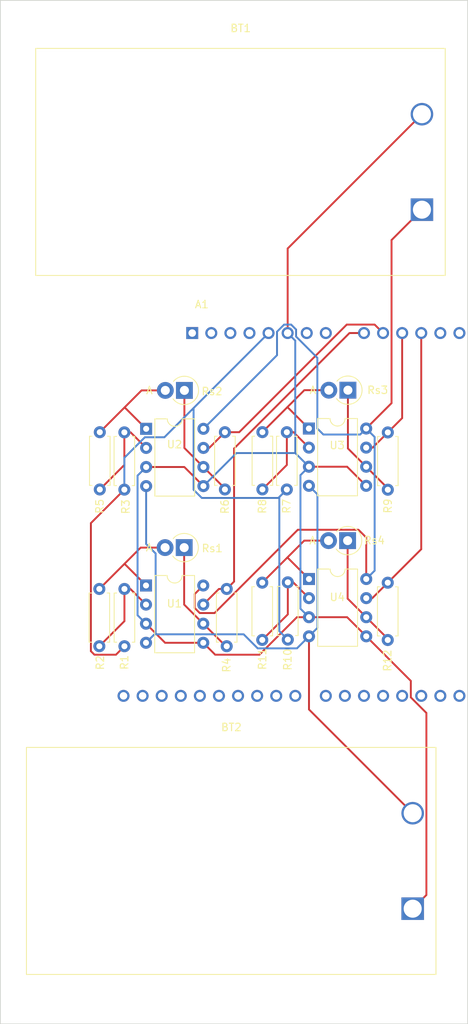
<source format=kicad_pcb>
(kicad_pcb (version 20221018) (generator pcbnew)
  (layers (0 "F.Cu" signal) (31 "B.Cu" signal) (34 "B.Paste" user) (35 "F.Paste" user) (36 "B.SilkS" user "B.Silkscreen") (37 "F.SilkS" user "F.Silkscreen") (38 "B.Mask" user) (39 "F.Mask" user) (44 "Edge.Cuts" user))
  (net 0 "")
  (net 5 "Net-(A1-+5V)")
  (net 8 "Net-(A1-A0)")
  (net 9 "Net-(A1-A1)")
  (net 10 "Net-(A1-A2)")
  (net 11 "Net-(A1-A3)")
  (net 28 "Net-(BT1--)")
  (net 32 "Net-(BT1-+)")
  (net 33 "Net-(BT2--)")
  (net 34 "Net-(U1A--)")
  (net 35 "Net-(R2-Pad2)")
  (net 36 "Net-(U2A--)")
  (net 37 "Net-(U1B--)")
  (net 38 "Net-(R5-Pad2)")
  (net 39 "Net-(U2B--)")
  (net 40 "Net-(U3A--)")
  (net 41 "Net-(R8-Pad2)")
  (net 42 "Net-(U3B--)")
  (net 43 "Net-(U4A--)")
  (net 44 "Net-(R11-Pad2)")
  (net 45 "Net-(U4B--)")
  (footprint "Battery:BatteryHolder_Eagle_12BH611-GR" (layer "F.Cu") (at 143.64 173.09)
    (fp_text reference "BT2" (at -24.13 -24.13) (layer "F.SilkS"))
    (fp_text value "9V")
    (fp_line (start -51.4 -21.45) (end 3.1 -21.45) (stroke (width 0.12)) (layer "F.SilkS"))
    (fp_line (start -51.4 8.75) (end -51.4 -21.45) (stroke (width 0.12)) (layer "F.SilkS"))
    (fp_line (start 3.1 -21.45) (end 3.1 8.75) (stroke (width 0.12)) (layer "F.SilkS"))
    (fp_line (start 3.1 8.75) (end -51.4 8.75) (stroke (width 0.12)) (layer "F.SilkS"))
    (pad "" np_thru_hole circle (at -38.9 -17.45) (size 2.6 2.6) (drill 2.6) (layers "*.Cu" "*.Mask"))
    (pad "" np_thru_hole circle (at -24.15 4.75) (size 2.6 2.6) (drill 2.6) (layers "*.Cu" "*.Mask"))
    (pad "" np_thru_hole circle (at -10.9 -17.45) (size 2.6 2.6) (drill 2.6) (layers "*.Cu" "*.Mask"))
    (pad "1" thru_hole rect (at 0 0) (size 3 3) (drill 2.4) (layers "*.Cu" "*.Mask") (net 28 "Net-(BT1--)"))
    (pad "2" thru_hole circle (at 0 -12.7) (size 3 3) (drill 2.4) (layers "*.Cu" "*.Mask") (net 33 "Net-(BT2--)"))
  )
  (footprint "Resistor_THT:R_Axial_DIN0207_L6.3mm_D2.5mm_P7.62mm_Horizontal" (layer "F.Cu") (at 140.33 117.36 90)
    (fp_text reference "R9" (at -2.17 0.01 90) (layer "F.SilkS"))
    (fp_text value "10k")
    (fp_line (start 0.54 -1.37) (end 7.08 -1.37) (stroke (width 0.12)) (layer "F.SilkS"))
    (fp_line (start 0.54 -1.04) (end 0.54 -1.37) (stroke (width 0.12)) (layer "F.SilkS"))
    (fp_line (start 0.54 1.04) (end 0.54 1.37) (stroke (width 0.12)) (layer "F.SilkS"))
    (fp_line (start 0.54 1.37) (end 7.08 1.37) (stroke (width 0.12)) (layer "F.SilkS"))
    (fp_line (start 7.08 -1.37) (end 7.08 -1.04) (stroke (width 0.12)) (layer "F.SilkS"))
    (fp_line (start 7.08 1.37) (end 7.08 1.04) (stroke (width 0.12)) (layer "F.SilkS"))
    (pad "1" thru_hole circle (at 0 0 90) (size 1.6 1.6) (drill 0.8) (layers "*.Cu" "*.Mask") (net 42 "Net-(U3B--)"))
    (pad "2" thru_hole oval (at 7.62 0 90) (size 1.6 1.6) (drill 0.8) (layers "*.Cu" "*.Mask") (net 10 "Net-(A1-A2)"))
  )
  (footprint "Package_DIP:DIP-8_W7.62mm" (layer "F.Cu") (at 129.83 109.22)
    (fp_text reference "U3" (at 3.76 2.24) (layer "F.SilkS"))
    (fp_text value "TL072")
    (fp_line (start 1.16 -1.33) (end 1.16 8.95) (stroke (width 0.12)) (layer "F.SilkS"))
    (fp_line (start 1.16 8.95) (end 6.46 8.95) (stroke (width 0.12)) (layer "F.SilkS"))
    (fp_line (start 2.81 -1.33) (end 1.16 -1.33) (stroke (width 0.12)) (layer "F.SilkS"))
    (fp_line (start 6.46 -1.33) (end 4.81 -1.33) (stroke (width 0.12)) (layer "F.SilkS"))
    (fp_line (start 6.46 8.95) (end 6.46 -1.33) (stroke (width 0.12)) (layer "F.SilkS"))
    (fp_arc (start 4.81 -1.33) (mid 3.81 -0.33) (end 2.81 -1.33) (stroke (width 0.12)) (layer "F.SilkS"))
    (pad "1" thru_hole rect (at 0 0) (size 1.6 1.6) (drill 0.8) (layers "*.Cu" "*.Mask") (net 41 "Net-(R8-Pad2)"))
    (pad "2" thru_hole oval (at 0 2.54) (size 1.6 1.6) (drill 0.8) (layers "*.Cu" "*.Mask") (net 40 "Net-(U3A--)"))
    (pad "3" thru_hole oval (at 0 5.08) (size 1.6 1.6) (drill 0.8) (layers "*.Cu" "*.Mask") (net 28 "Net-(BT1--)"))
    (pad "4" thru_hole oval (at 0 7.62) (size 1.6 1.6) (drill 0.8) (layers "*.Cu" "*.Mask") (net 33 "Net-(BT2--)"))
    (pad "5" thru_hole oval (at 7.62 7.62) (size 1.6 1.6) (drill 0.8) (layers "*.Cu" "*.Mask") (net 28 "Net-(BT1--)"))
    (pad "6" thru_hole oval (at 7.62 5.08) (size 1.6 1.6) (drill 0.8) (layers "*.Cu" "*.Mask") (net 42 "Net-(U3B--)"))
    (pad "7" thru_hole oval (at 7.62 2.54) (size 1.6 1.6) (drill 0.8) (layers "*.Cu" "*.Mask") (net 10 "Net-(A1-A2)"))
    (pad "8" thru_hole oval (at 7.62 0) (size 1.6 1.6) (drill 0.8) (layers "*.Cu" "*.Mask") (net 32 "Net-(BT1-+)"))
  )
  (footprint "Diode_THT:D_DO-15_P2.54mm_Vertical_AnodeUp" (layer "F.Cu") (at 113.23 125.06 180)
    (fp_text reference "Rs1" (at -3.73 -0.1) (layer "F.SilkS"))
    (fp_text value "R" hide)
    (fp_text user "A" (at 4.66 0) (layer "F.SilkS"))
    (fp_arc (start 1.456371 1.194732) (mid -1.883124 -0.047368) (end 1.514596 -1.12) (stroke (width 0.12)) (layer "F.SilkS"))
    (pad "1" thru_hole rect (at 0 0 180) (size 2.24 2.24) (drill 1.2) (layers "*.Cu" "*.Mask") (net 37 "Net-(U1B--)"))
    (pad "2" thru_hole oval (at 2.54 0 180) (size 2.24 2.24) (drill 1.2) (layers "*.Cu" "*.Mask") (net 35 "Net-(R2-Pad2)"))
  )
  (footprint "Resistor_THT:R_Axial_DIN0207_L6.3mm_D2.5mm_P7.62mm_Horizontal" (layer "F.Cu") (at 101.94 138.18 90)
    (fp_text reference "R2" (at -2.19 0.11 90) (layer "F.SilkS"))
    (fp_text value "1k")
    (fp_line (start 0.54 -1.37) (end 7.08 -1.37) (stroke (width 0.12)) (layer "F.SilkS"))
    (fp_line (start 0.54 -1.04) (end 0.54 -1.37) (stroke (width 0.12)) (layer "F.SilkS"))
    (fp_line (start 0.54 1.04) (end 0.54 1.37) (stroke (width 0.12)) (layer "F.SilkS"))
    (fp_line (start 0.54 1.37) (end 7.08 1.37) (stroke (width 0.12)) (layer "F.SilkS"))
    (fp_line (start 7.08 -1.37) (end 7.08 -1.04) (stroke (width 0.12)) (layer "F.SilkS"))
    (fp_line (start 7.08 1.37) (end 7.08 1.04) (stroke (width 0.12)) (layer "F.SilkS"))
    (pad "1" thru_hole circle (at 0 0 90) (size 1.6 1.6) (drill 0.8) (layers "*.Cu" "*.Mask") (net 34 "Net-(U1A--)"))
    (pad "2" thru_hole oval (at 7.62 0 90) (size 1.6 1.6) (drill 0.8) (layers "*.Cu" "*.Mask") (net 35 "Net-(R2-Pad2)"))
  )
  (footprint "Package_DIP:DIP-8_W7.62mm" (layer "F.Cu") (at 129.84 129.24)
    (fp_text reference "U4" (at 3.77 2.42) (layer "F.SilkS"))
    (fp_text value "TL072")
    (fp_line (start 1.16 -1.33) (end 1.16 8.95) (stroke (width 0.12)) (layer "F.SilkS"))
    (fp_line (start 1.16 8.95) (end 6.46 8.95) (stroke (width 0.12)) (layer "F.SilkS"))
    (fp_line (start 2.81 -1.33) (end 1.16 -1.33) (stroke (width 0.12)) (layer "F.SilkS"))
    (fp_line (start 6.46 -1.33) (end 4.81 -1.33) (stroke (width 0.12)) (layer "F.SilkS"))
    (fp_line (start 6.46 8.95) (end 6.46 -1.33) (stroke (width 0.12)) (layer "F.SilkS"))
    (fp_arc (start 4.81 -1.33) (mid 3.81 -0.33) (end 2.81 -1.33) (stroke (width 0.12)) (layer "F.SilkS"))
    (pad "1" thru_hole rect (at 0 0) (size 1.6 1.6) (drill 0.8) (layers "*.Cu" "*.Mask") (net 44 "Net-(R11-Pad2)"))
    (pad "2" thru_hole oval (at 0 2.54) (size 1.6 1.6) (drill 0.8) (layers "*.Cu" "*.Mask") (net 43 "Net-(U4A--)"))
    (pad "3" thru_hole oval (at 0 5.08) (size 1.6 1.6) (drill 0.8) (layers "*.Cu" "*.Mask") (net 28 "Net-(BT1--)"))
    (pad "4" thru_hole oval (at 0 7.62) (size 1.6 1.6) (drill 0.8) (layers "*.Cu" "*.Mask") (net 33 "Net-(BT2--)"))
    (pad "5" thru_hole oval (at 7.62 7.62) (size 1.6 1.6) (drill 0.8) (layers "*.Cu" "*.Mask") (net 28 "Net-(BT1--)"))
    (pad "6" thru_hole oval (at 7.62 5.08) (size 1.6 1.6) (drill 0.8) (layers "*.Cu" "*.Mask") (net 45 "Net-(U4B--)"))
    (pad "7" thru_hole oval (at 7.62 2.54) (size 1.6 1.6) (drill 0.8) (layers "*.Cu" "*.Mask") (net 11 "Net-(A1-A3)"))
    (pad "8" thru_hole oval (at 7.62 0) (size 1.6 1.6) (drill 0.8) (layers "*.Cu" "*.Mask") (net 32 "Net-(BT1-+)"))
  )
  (footprint "Diode_THT:D_DO-15_P2.54mm_Vertical_AnodeUp" (layer "F.Cu") (at 134.98 124.13 180)
    (fp_text reference "Rs4" (at -3.56 0.02) (layer "F.SilkS"))
    (fp_text value "R" hide)
    (fp_text user "A" (at 4.66 0) (layer "F.SilkS"))
    (fp_arc (start 1.456371 1.194732) (mid -1.883124 -0.047368) (end 1.514596 -1.12) (stroke (width 0.12)) (layer "F.SilkS"))
    (pad "1" thru_hole rect (at 0 0 180) (size 2.24 2.24) (drill 1.2) (layers "*.Cu" "*.Mask") (net 45 "Net-(U4B--)"))
    (pad "2" thru_hole oval (at 2.54 0 180) (size 2.24 2.24) (drill 1.2) (layers "*.Cu" "*.Mask") (net 44 "Net-(R11-Pad2)"))
  )
  (footprint "Resistor_THT:R_Axial_DIN0207_L6.3mm_D2.5mm_P7.62mm_Horizontal" (layer "F.Cu") (at 105.27 117.35 90)
    (fp_text reference "R3" (at -2.28 0.18 90) (layer "F.SilkS"))
    (fp_text value "1k")
    (fp_line (start 0.54 -1.37) (end 7.08 -1.37) (stroke (width 0.12)) (layer "F.SilkS"))
    (fp_line (start 0.54 -1.04) (end 0.54 -1.37) (stroke (width 0.12)) (layer "F.SilkS"))
    (fp_line (start 0.54 1.04) (end 0.54 1.37) (stroke (width 0.12)) (layer "F.SilkS"))
    (fp_line (start 0.54 1.37) (end 7.08 1.37) (stroke (width 0.12)) (layer "F.SilkS"))
    (fp_line (start 7.08 -1.37) (end 7.08 -1.04) (stroke (width 0.12)) (layer "F.SilkS"))
    (fp_line (start 7.08 1.37) (end 7.08 1.04) (stroke (width 0.12)) (layer "F.SilkS"))
    (pad "1" thru_hole circle (at 0 0 90) (size 1.6 1.6) (drill 0.8) (layers "*.Cu" "*.Mask") (net 5 "Net-(A1-+5V)"))
    (pad "2" thru_hole oval (at 7.62 0 90) (size 1.6 1.6) (drill 0.8) (layers "*.Cu" "*.Mask") (net 36 "Net-(U2A--)"))
  )
  (footprint "Battery:BatteryHolder_Eagle_12BH611-GR" (layer "F.Cu") (at 144.87 80.11)
    (fp_text reference "BT1" (at -24.13 -24.13) (layer "F.SilkS"))
    (fp_text value "9V")
    (fp_line (start -51.4 -21.45) (end 3.1 -21.45) (stroke (width 0.12)) (layer "F.SilkS"))
    (fp_line (start -51.4 8.75) (end -51.4 -21.45) (stroke (width 0.12)) (layer "F.SilkS"))
    (fp_line (start 3.1 -21.45) (end 3.1 8.75) (stroke (width 0.12)) (layer "F.SilkS"))
    (fp_line (start 3.1 8.75) (end -51.4 8.75) (stroke (width 0.12)) (layer "F.SilkS"))
    (pad "" np_thru_hole circle (at -38.9 -17.45) (size 2.6 2.6) (drill 2.6) (layers "*.Cu" "*.Mask"))
    (pad "" np_thru_hole circle (at -24.15 4.75) (size 2.6 2.6) (drill 2.6) (layers "*.Cu" "*.Mask"))
    (pad "" np_thru_hole circle (at -10.9 -17.45) (size 2.6 2.6) (drill 2.6) (layers "*.Cu" "*.Mask"))
    (pad "1" thru_hole rect (at 0 0) (size 3 3) (drill 2.4) (layers "*.Cu" "*.Mask") (net 32 "Net-(BT1-+)"))
    (pad "2" thru_hole circle (at 0 -12.7) (size 3 3) (drill 2.4) (layers "*.Cu" "*.Mask") (net 28 "Net-(BT1--)"))
  )
  (footprint "Resistor_THT:R_Axial_DIN0207_L6.3mm_D2.5mm_P7.62mm_Horizontal" (layer "F.Cu") (at 105.28 138.18 90)
    (fp_text reference "R1" (at -2.16 0 90) (layer "F.SilkS"))
    (fp_text value "1k")
    (fp_line (start 0.54 -1.37) (end 7.08 -1.37) (stroke (width 0.12)) (layer "F.SilkS"))
    (fp_line (start 0.54 -1.04) (end 0.54 -1.37) (stroke (width 0.12)) (layer "F.SilkS"))
    (fp_line (start 0.54 1.04) (end 0.54 1.37) (stroke (width 0.12)) (layer "F.SilkS"))
    (fp_line (start 0.54 1.37) (end 7.08 1.37) (stroke (width 0.12)) (layer "F.SilkS"))
    (fp_line (start 7.08 -1.37) (end 7.08 -1.04) (stroke (width 0.12)) (layer "F.SilkS"))
    (fp_line (start 7.08 1.37) (end 7.08 1.04) (stroke (width 0.12)) (layer "F.SilkS"))
    (pad "1" thru_hole circle (at 0 0 90) (size 1.6 1.6) (drill 0.8) (layers "*.Cu" "*.Mask") (net 5 "Net-(A1-+5V)"))
    (pad "2" thru_hole oval (at 7.62 0 90) (size 1.6 1.6) (drill 0.8) (layers "*.Cu" "*.Mask") (net 34 "Net-(U1A--)"))
  )
  (footprint "Resistor_THT:R_Axial_DIN0207_L6.3mm_D2.5mm_P7.62mm_Horizontal" (layer "F.Cu") (at 118.65 117.33 90)
    (fp_text reference "R6" (at -2.28 0 90) (layer "F.SilkS"))
    (fp_text value "10k")
    (fp_line (start 0.54 -1.37) (end 7.08 -1.37) (stroke (width 0.12)) (layer "F.SilkS"))
    (fp_line (start 0.54 -1.04) (end 0.54 -1.37) (stroke (width 0.12)) (layer "F.SilkS"))
    (fp_line (start 0.54 1.04) (end 0.54 1.37) (stroke (width 0.12)) (layer "F.SilkS"))
    (fp_line (start 0.54 1.37) (end 7.08 1.37) (stroke (width 0.12)) (layer "F.SilkS"))
    (fp_line (start 7.08 -1.37) (end 7.08 -1.04) (stroke (width 0.12)) (layer "F.SilkS"))
    (fp_line (start 7.08 1.37) (end 7.08 1.04) (stroke (width 0.12)) (layer "F.SilkS"))
    (pad "1" thru_hole circle (at 0 0 90) (size 1.6 1.6) (drill 0.8) (layers "*.Cu" "*.Mask") (net 39 "Net-(U2B--)"))
    (pad "2" thru_hole oval (at 7.62 0 90) (size 1.6 1.6) (drill 0.8) (layers "*.Cu" "*.Mask") (net 9 "Net-(A1-A1)"))
  )
  (footprint "Package_DIP:DIP-8_W7.62mm" (layer "F.Cu") (at 108.15 130.1)
    (fp_text reference "U1" (at 3.78 2.41) (layer "F.SilkS"))
    (fp_text value "TL072")
    (fp_line (start 1.16 -1.33) (end 1.16 8.95) (stroke (width 0.12)) (layer "F.SilkS"))
    (fp_line (start 1.16 8.95) (end 6.46 8.95) (stroke (width 0.12)) (layer "F.SilkS"))
    (fp_line (start 2.81 -1.33) (end 1.16 -1.33) (stroke (width 0.12)) (layer "F.SilkS"))
    (fp_line (start 6.46 -1.33) (end 4.81 -1.33) (stroke (width 0.12)) (layer "F.SilkS"))
    (fp_line (start 6.46 8.95) (end 6.46 -1.33) (stroke (width 0.12)) (layer "F.SilkS"))
    (fp_arc (start 4.81 -1.33) (mid 3.81 -0.33) (end 2.81 -1.33) (stroke (width 0.12)) (layer "F.SilkS"))
    (pad "1" thru_hole rect (at 0 0) (size 1.6 1.6) (drill 0.8) (layers "*.Cu" "*.Mask") (net 35 "Net-(R2-Pad2)"))
    (pad "2" thru_hole oval (at 0 2.54) (size 1.6 1.6) (drill 0.8) (layers "*.Cu" "*.Mask") (net 34 "Net-(U1A--)"))
    (pad "3" thru_hole oval (at 0 5.08) (size 1.6 1.6) (drill 0.8) (layers "*.Cu" "*.Mask") (net 28 "Net-(BT1--)"))
    (pad "4" thru_hole oval (at 0 7.62) (size 1.6 1.6) (drill 0.8) (layers "*.Cu" "*.Mask") (net 33 "Net-(BT2--)"))
    (pad "5" thru_hole oval (at 7.62 7.62) (size 1.6 1.6) (drill 0.8) (layers "*.Cu" "*.Mask") (net 28 "Net-(BT1--)"))
    (pad "6" thru_hole oval (at 7.62 5.08) (size 1.6 1.6) (drill 0.8) (layers "*.Cu" "*.Mask") (net 37 "Net-(U1B--)"))
    (pad "7" thru_hole oval (at 7.62 2.54) (size 1.6 1.6) (drill 0.8) (layers "*.Cu" "*.Mask") (net 8 "Net-(A1-A0)"))
    (pad "8" thru_hole oval (at 7.62 0) (size 1.6 1.6) (drill 0.8) (layers "*.Cu" "*.Mask") (net 32 "Net-(BT1-+)"))
  )
  (footprint "Resistor_THT:R_Axial_DIN0207_L6.3mm_D2.5mm_P7.62mm_Horizontal" (layer "F.Cu") (at 123.64 117.32 90)
    (fp_text reference "R8" (at -2.26 -0.01 90) (layer "F.SilkS"))
    (fp_text value "1k")
    (fp_line (start 0.54 -1.37) (end 7.08 -1.37) (stroke (width 0.12)) (layer "F.SilkS"))
    (fp_line (start 0.54 -1.04) (end 0.54 -1.37) (stroke (width 0.12)) (layer "F.SilkS"))
    (fp_line (start 0.54 1.04) (end 0.54 1.37) (stroke (width 0.12)) (layer "F.SilkS"))
    (fp_line (start 0.54 1.37) (end 7.08 1.37) (stroke (width 0.12)) (layer "F.SilkS"))
    (fp_line (start 7.08 -1.37) (end 7.08 -1.04) (stroke (width 0.12)) (layer "F.SilkS"))
    (fp_line (start 7.08 1.37) (end 7.08 1.04) (stroke (width 0.12)) (layer "F.SilkS"))
    (pad "1" thru_hole circle (at 0 0 90) (size 1.6 1.6) (drill 0.8) (layers "*.Cu" "*.Mask") (net 40 "Net-(U3A--)"))
    (pad "2" thru_hole oval (at 7.62 0 90) (size 1.6 1.6) (drill 0.8) (layers "*.Cu" "*.Mask") (net 41 "Net-(R8-Pad2)"))
  )
  (footprint "Diode_THT:D_DO-15_P2.54mm_Vertical_AnodeUp" (layer "F.Cu") (at 113.26 104.15 180)
    (fp_text reference "Rs2" (at -3.67 -0.13) (layer "F.SilkS"))
    (fp_text value "R" hide)
    (fp_text user "A" (at 4.66 0) (layer "F.SilkS"))
    (fp_arc (start 1.456371 1.194732) (mid -1.883124 -0.047368) (end 1.514596 -1.12) (stroke (width 0.12)) (layer "F.SilkS"))
    (pad "1" thru_hole rect (at 0 0 180) (size 2.24 2.24) (drill 1.2) (layers "*.Cu" "*.Mask") (net 39 "Net-(U2B--)"))
    (pad "2" thru_hole oval (at 2.54 0 180) (size 2.24 2.24) (drill 1.2) (layers "*.Cu" "*.Mask") (net 38 "Net-(R5-Pad2)"))
  )
  (footprint "Diode_THT:D_DO-15_P2.54mm_Vertical_AnodeUp" (layer "F.Cu") (at 135.02 104.12 180)
    (fp_text reference "Rs3" (at -3.96 0.01) (layer "F.SilkS"))
    (fp_text value "R" hide)
    (fp_text user "A" (at 4.66 0) (layer "F.SilkS"))
    (fp_arc (start 1.456371 1.194732) (mid -1.883124 -0.047368) (end 1.514596 -1.12) (stroke (width 0.12)) (layer "F.SilkS"))
    (pad "1" thru_hole rect (at 0 0 180) (size 2.24 2.24) (drill 1.2) (layers "*.Cu" "*.Mask") (net 42 "Net-(U3B--)"))
    (pad "2" thru_hole oval (at 2.54 0 180) (size 2.24 2.24) (drill 1.2) (layers "*.Cu" "*.Mask") (net 41 "Net-(R8-Pad2)"))
  )
  (footprint "Resistor_THT:R_Axial_DIN0207_L6.3mm_D2.5mm_P7.62mm_Horizontal" (layer "F.Cu") (at 140.32 137.35 90)
    (fp_text reference "R12" (at -2.74 -0.03 90) (layer "F.SilkS"))
    (fp_text value "10k")
    (fp_line (start 0.54 -1.37) (end 7.08 -1.37) (stroke (width 0.12)) (layer "F.SilkS"))
    (fp_line (start 0.54 -1.04) (end 0.54 -1.37) (stroke (width 0.12)) (layer "F.SilkS"))
    (fp_line (start 0.54 1.04) (end 0.54 1.37) (stroke (width 0.12)) (layer "F.SilkS"))
    (fp_line (start 0.54 1.37) (end 7.08 1.37) (stroke (width 0.12)) (layer "F.SilkS"))
    (fp_line (start 7.08 -1.37) (end 7.08 -1.04) (stroke (width 0.12)) (layer "F.SilkS"))
    (fp_line (start 7.08 1.37) (end 7.08 1.04) (stroke (width 0.12)) (layer "F.SilkS"))
    (pad "1" thru_hole circle (at 0 0 90) (size 1.6 1.6) (drill 0.8) (layers "*.Cu" "*.Mask") (net 45 "Net-(U4B--)"))
    (pad "2" thru_hole oval (at 7.62 0 90) (size 1.6 1.6) (drill 0.8) (layers "*.Cu" "*.Mask") (net 11 "Net-(A1-A3)"))
  )
  (footprint "Module:Arduino_UNO_R3" (layer "F.Cu") (at 114.3 96.52)
    (fp_text reference "A1" (at 1.27 -3.81 180) (layer "F.SilkS"))
    (fp_text value "Arduino_UNO_R3")
    (pad "1" thru_hole rect (at 0 0 90) (size 1.6 1.6) (drill 1) (layers "*.Cu" "*.Mask"))
    (pad "2" thru_hole oval (at 2.54 0 90) (size 1.6 1.6) (drill 1) (layers "*.Cu" "*.Mask"))
    (pad "3" thru_hole oval (at 5.08 0 90) (size 1.6 1.6) (drill 1) (layers "*.Cu" "*.Mask"))
    (pad "4" thru_hole oval (at 7.62 0 90) (size 1.6 1.6) (drill 1) (layers "*.Cu" "*.Mask"))
    (pad "5" thru_hole oval (at 10.16 0 90) (size 1.6 1.6) (drill 1) (layers "*.Cu" "*.Mask") (net 5 "Net-(A1-+5V)"))
    (pad "6" thru_hole oval (at 12.7 0 90) (size 1.6 1.6) (drill 1) (layers "*.Cu" "*.Mask") (net 28 "Net-(BT1--)"))
    (pad "7" thru_hole oval (at 15.24 0 90) (size 1.6 1.6) (drill 1) (layers "*.Cu" "*.Mask"))
    (pad "8" thru_hole oval (at 17.78 0 90) (size 1.6 1.6) (drill 1) (layers "*.Cu" "*.Mask"))
    (pad "9" thru_hole oval (at 22.86 0 90) (size 1.6 1.6) (drill 1) (layers "*.Cu" "*.Mask") (net 8 "Net-(A1-A0)"))
    (pad "10" thru_hole oval (at 25.4 0 90) (size 1.6 1.6) (drill 1) (layers "*.Cu" "*.Mask") (net 9 "Net-(A1-A1)"))
    (pad "11" thru_hole oval (at 27.94 0 90) (size 1.6 1.6) (drill 1) (layers "*.Cu" "*.Mask") (net 10 "Net-(A1-A2)"))
    (pad "12" thru_hole oval (at 30.48 0 90) (size 1.6 1.6) (drill 1) (layers "*.Cu" "*.Mask") (net 11 "Net-(A1-A3)"))
    (pad "13" thru_hole oval (at 33.02 0 90) (size 1.6 1.6) (drill 1) (layers "*.Cu" "*.Mask"))
    (pad "14" thru_hole oval (at 35.56 0 90) (size 1.6 1.6) (drill 1) (layers "*.Cu" "*.Mask"))
    (pad "15" thru_hole oval (at 35.56 48.26 90) (size 1.6 1.6) (drill 1) (layers "*.Cu" "*.Mask"))
    (pad "16" thru_hole oval (at 33.02 48.26 90) (size 1.6 1.6) (drill 1) (layers "*.Cu" "*.Mask"))
    (pad "17" thru_hole oval (at 30.48 48.26 90) (size 1.6 1.6) (drill 1) (layers "*.Cu" "*.Mask"))
    (pad "18" thru_hole oval (at 27.94 48.26 90) (size 1.6 1.6) (drill 1) (layers "*.Cu" "*.Mask"))
    (pad "19" thru_hole oval (at 25.4 48.26 90) (size 1.6 1.6) (drill 1) (layers "*.Cu" "*.Mask"))
    (pad "20" thru_hole oval (at 22.86 48.26 90) (size 1.6 1.6) (drill 1) (layers "*.Cu" "*.Mask"))
    (pad "21" thru_hole oval (at 20.32 48.26 90) (size 1.6 1.6) (drill 1) (layers "*.Cu" "*.Mask"))
    (pad "22" thru_hole oval (at 17.78 48.26 90) (size 1.6 1.6) (drill 1) (layers "*.Cu" "*.Mask"))
    (pad "23" thru_hole oval (at 13.72 48.26 90) (size 1.6 1.6) (drill 1) (layers "*.Cu" "*.Mask"))
    (pad "24" thru_hole oval (at 11.18 48.26 90) (size 1.6 1.6) (drill 1) (layers "*.Cu" "*.Mask"))
    (pad "25" thru_hole oval (at 8.64 48.26 90) (size 1.6 1.6) (drill 1) (layers "*.Cu" "*.Mask"))
    (pad "26" thru_hole oval (at 6.1 48.26 90) (size 1.6 1.6) (drill 1) (layers "*.Cu" "*.Mask"))
    (pad "27" thru_hole oval (at 3.56 48.26 90) (size 1.6 1.6) (drill 1) (layers "*.Cu" "*.Mask"))
    (pad "28" thru_hole oval (at 1.02 48.26 90) (size 1.6 1.6) (drill 1) (layers "*.Cu" "*.Mask"))
    (pad "29" thru_hole oval (at -1.52 48.26 90) (size 1.6 1.6) (drill 1) (layers "*.Cu" "*.Mask"))
    (pad "30" thru_hole oval (at -4.06 48.26 90) (size 1.6 1.6) (drill 1) (layers "*.Cu" "*.Mask"))
    (pad "31" thru_hole oval (at -6.6 48.26 90) (size 1.6 1.6) (drill 1) (layers "*.Cu" "*.Mask"))
    (pad "32" thru_hole oval (at -9.14 48.26 90) (size 1.6 1.6) (drill 1) (layers "*.Cu" "*.Mask"))
  )
  (footprint "Resistor_THT:R_Axial_DIN0207_L6.3mm_D2.5mm_P7.62mm_Horizontal" (layer "F.Cu") (at 127.02 137.3 90)
    (fp_text reference "R10" (at -2.65 -0.02 90) (layer "F.SilkS"))
    (fp_text value "1k")
    (fp_line (start 0.54 -1.37) (end 7.08 -1.37) (stroke (width 0.12)) (layer "F.SilkS"))
    (fp_line (start 0.54 -1.04) (end 0.54 -1.37) (stroke (width 0.12)) (layer "F.SilkS"))
    (fp_line (start 0.54 1.04) (end 0.54 1.37) (stroke (width 0.12)) (layer "F.SilkS"))
    (fp_line (start 0.54 1.37) (end 7.08 1.37) (stroke (width 0.12)) (layer "F.SilkS"))
    (fp_line (start 7.08 -1.37) (end 7.08 -1.04) (stroke (width 0.12)) (layer "F.SilkS"))
    (fp_line (start 7.08 1.37) (end 7.08 1.04) (stroke (width 0.12)) (layer "F.SilkS"))
    (pad "1" thru_hole circle (at 0 0 90) (size 1.6 1.6) (drill 0.8) (layers "*.Cu" "*.Mask") (net 5 "Net-(A1-+5V)"))
    (pad "2" thru_hole oval (at 7.62 0 90) (size 1.6 1.6) (drill 0.8) (layers "*.Cu" "*.Mask") (net 43 "Net-(U4A--)"))
  )
  (footprint "Resistor_THT:R_Axial_DIN0207_L6.3mm_D2.5mm_P7.62mm_Horizontal" (layer "F.Cu") (at 123.62 137.34 90)
    (fp_text reference "R11" (at -2.54 0.02 90) (layer "F.SilkS"))
    (fp_text value "1k")
    (fp_line (start 0.54 -1.37) (end 7.08 -1.37) (stroke (width 0.12)) (layer "F.SilkS"))
    (fp_line (start 0.54 -1.04) (end 0.54 -1.37) (stroke (width 0.12)) (layer "F.SilkS"))
    (fp_line (start 0.54 1.04) (end 0.54 1.37) (stroke (width 0.12)) (layer "F.SilkS"))
    (fp_line (start 0.54 1.37) (end 7.08 1.37) (stroke (width 0.12)) (layer "F.SilkS"))
    (fp_line (start 7.08 -1.37) (end 7.08 -1.04) (stroke (width 0.12)) (layer "F.SilkS"))
    (fp_line (start 7.08 1.37) (end 7.08 1.04) (stroke (width 0.12)) (layer "F.SilkS"))
    (pad "1" thru_hole circle (at 0 0 90) (size 1.6 1.6) (drill 0.8) (layers "*.Cu" "*.Mask") (net 43 "Net-(U4A--)"))
    (pad "2" thru_hole oval (at 7.62 0 90) (size 1.6 1.6) (drill 0.8) (layers "*.Cu" "*.Mask") (net 44 "Net-(R11-Pad2)"))
  )
  (footprint "Resistor_THT:R_Axial_DIN0207_L6.3mm_D2.5mm_P7.62mm_Horizontal" (layer "F.Cu") (at 102 117.33 90)
    (fp_text reference "R5" (at -2.24 0 90) (layer "F.SilkS"))
    (fp_text value "1k")
    (fp_line (start 0.54 -1.37) (end 7.08 -1.37) (stroke (width 0.12)) (layer "F.SilkS"))
    (fp_line (start 0.54 -1.04) (end 0.54 -1.37) (stroke (width 0.12)) (layer "F.SilkS"))
    (fp_line (start 0.54 1.04) (end 0.54 1.37) (stroke (width 0.12)) (layer "F.SilkS"))
    (fp_line (start 0.54 1.37) (end 7.08 1.37) (stroke (width 0.12)) (layer "F.SilkS"))
    (fp_line (start 7.08 -1.37) (end 7.08 -1.04) (stroke (width 0.12)) (layer "F.SilkS"))
    (fp_line (start 7.08 1.37) (end 7.08 1.04) (stroke (width 0.12)) (layer "F.SilkS"))
    (pad "1" thru_hole circle (at 0 0 90) (size 1.6 1.6) (drill 0.8) (layers "*.Cu" "*.Mask") (net 36 "Net-(U2A--)"))
    (pad "2" thru_hole oval (at 7.62 0 90) (size 1.6 1.6) (drill 0.8) (layers "*.Cu" "*.Mask") (net 38 "Net-(R5-Pad2)"))
  )
  (footprint "Resistor_THT:R_Axial_DIN0207_L6.3mm_D2.5mm_P7.62mm_Horizontal" (layer "F.Cu") (at 126.89 117.33 90)
    (fp_text reference "R7" (at -2.23 -0.03 90) (layer "F.SilkS"))
    (fp_text value "1k")
    (fp_line (start 0.54 -1.37) (end 7.08 -1.37) (stroke (width 0.12)) (layer "F.SilkS"))
    (fp_line (start 0.54 -1.04) (end 0.54 -1.37) (stroke (width 0.12)) (layer "F.SilkS"))
    (fp_line (start 0.54 1.04) (end 0.54 1.37) (stroke (width 0.12)) (layer "F.SilkS"))
    (fp_line (start 0.54 1.37) (end 7.08 1.37) (stroke (width 0.12)) (layer "F.SilkS"))
    (fp_line (start 7.08 -1.37) (end 7.08 -1.04) (stroke (width 0.12)) (layer "F.SilkS"))
    (fp_line (start 7.08 1.37) (end 7.08 1.04) (stroke (width 0.12)) (layer "F.SilkS"))
    (pad "1" thru_hole circle (at 0 0 90) (size 1.6 1.6) (drill 0.8) (layers "*.Cu" "*.Mask") (net 5 "Net-(A1-+5V)"))
    (pad "2" thru_hole oval (at 7.62 0 90) (size 1.6 1.6) (drill 0.8) (layers "*.Cu" "*.Mask") (net 40 "Net-(U3A--)"))
  )
  (footprint "Resistor_THT:R_Axial_DIN0207_L6.3mm_D2.5mm_P7.62mm_Horizontal" (layer "F.Cu") (at 118.89 138.18 90)
    (fp_text reference "R4" (at -2.51 -0.01 90) (layer "F.SilkS"))
    (fp_text value "10k")
    (fp_line (start 0.54 -1.37) (end 7.08 -1.37) (stroke (width 0.12)) (layer "F.SilkS"))
    (fp_line (start 0.54 -1.04) (end 0.54 -1.37) (stroke (width 0.12)) (layer "F.SilkS"))
    (fp_line (start 0.54 1.04) (end 0.54 1.37) (stroke (width 0.12)) (layer "F.SilkS"))
    (fp_line (start 0.54 1.37) (end 7.08 1.37) (stroke (width 0.12)) (layer "F.SilkS"))
    (fp_line (start 7.08 -1.37) (end 7.08 -1.04) (stroke (width 0.12)) (layer "F.SilkS"))
    (fp_line (start 7.08 1.37) (end 7.08 1.04) (stroke (width 0.12)) (layer "F.SilkS"))
    (pad "1" thru_hole circle (at 0 0 90) (size 1.6 1.6) (drill 0.8) (layers "*.Cu" "*.Mask") (net 37 "Net-(U1B--)"))
    (pad "2" thru_hole oval (at 7.62 0 90) (size 1.6 1.6) (drill 0.8) (layers "*.Cu" "*.Mask") (net 8 "Net-(A1-A0)"))
  )
  (footprint "Package_DIP:DIP-8_W7.62mm" (layer "F.Cu") (at 108.17 109.26)
    (fp_text reference "U2" (at 3.77 2.08) (layer "F.SilkS"))
    (fp_text value "TL072")
    (fp_line (start 1.16 -1.33) (end 1.16 8.95) (stroke (width 0.12)) (layer "F.SilkS"))
    (fp_line (start 1.16 8.95) (end 6.46 8.95) (stroke (width 0.12)) (layer "F.SilkS"))
    (fp_line (start 2.81 -1.33) (end 1.16 -1.33) (stroke (width 0.12)) (layer "F.SilkS"))
    (fp_line (start 6.46 -1.33) (end 4.81 -1.33) (stroke (width 0.12)) (layer "F.SilkS"))
    (fp_line (start 6.46 8.95) (end 6.46 -1.33) (stroke (width 0.12)) (layer "F.SilkS"))
    (fp_arc (start 4.81 -1.33) (mid 3.81 -0.33) (end 2.81 -1.33) (stroke (width 0.12)) (layer "F.SilkS"))
    (pad "1" thru_hole rect (at 0 0) (size 1.6 1.6) (drill 0.8) (layers "*.Cu" "*.Mask") (net 38 "Net-(R5-Pad2)"))
    (pad "2" thru_hole oval (at 0 2.54) (size 1.6 1.6) (drill 0.8) (layers "*.Cu" "*.Mask") (net 36 "Net-(U2A--)"))
    (pad "3" thru_hole oval (at 0 5.08) (size 1.6 1.6) (drill 0.8) (layers "*.Cu" "*.Mask") (net 28 "Net-(BT1--)"))
    (pad "4" thru_hole oval (at 0 7.62) (size 1.6 1.6) (drill 0.8) (layers "*.Cu" "*.Mask") (net 33 "Net-(BT2--)"))
    (pad "5" thru_hole oval (at 7.62 7.62) (size 1.6 1.6) (drill 0.8) (layers "*.Cu" "*.Mask") (net 28 "Net-(BT1--)"))
    (pad "6" thru_hole oval (at 7.62 5.08) (size 1.6 1.6) (drill 0.8) (layers "*.Cu" "*.Mask") (net 39 "Net-(U2B--)"))
    (pad "7" thru_hole oval (at 7.62 2.54) (size 1.6 1.6) (drill 0.8) (layers "*.Cu" "*.Mask") (net 9 "Net-(A1-A1)"))
    (pad "8" thru_hole oval (at 7.62 0) (size 1.6 1.6) (drill 0.8) (layers "*.Cu" "*.Mask") (net 32 "Net-(BT1-+)"))
  )
  (gr_rect (start 88.77 52.27) (end 150.96 188.41) (stroke (width 0.1)) (fill none) (layer "Edge.Cuts"))
  (segment (start 100.815 121.805) (end 105.27 117.35) (width 0.25) (layer "F.Cu") (net 5))
  (segment (start 104.155 139.305) (end 101.285 139.305) (width 0.25) (layer "F.Cu") (net 5))
  (segment (start 105.28 138.18) (end 104.155 139.305) (width 0.25) (layer "F.Cu") (net 5))
  (segment (start 101.285 139.305) (end 100.815 138.835) (width 0.25) (layer "F.Cu") (net 5))
  (segment (start 100.815 138.835) (end 100.815 121.805) (width 0.25) (layer "F.Cu") (net 5))
  (segment (start 110.595 110.385) (end 107.994009 110.385) (width 0.25) (layer "B.Cu") (net 5))
  (segment (start 105.27 113.109009) (end 105.27 117.35) (width 0.25) (layer "B.Cu") (net 5))
  (segment (start 107.994009 110.385) (end 105.27 113.109009) (width 0.25) (layer "B.Cu") (net 5))
  (segment (start 125.765 118.455) (end 115.575 118.455) (width 0.25) (layer "B.Cu") (net 5))
  (segment (start 125.895 118.325) (end 126.89 117.33) (width 0.25) (layer "B.Cu") (net 5))
  (segment (start 125.895 136.175) (end 125.895 118.325) (width 0.25) (layer "B.Cu") (net 5))
  (segment (start 114.48 106.5) (end 110.595 110.385) (width 0.25) (layer "B.Cu") (net 5))
  (segment (start 127.02 137.3) (end 125.895 136.175) (width 0.25) (layer "B.Cu") (net 5))
  (segment (start 124.46 96.52) (end 114.48 106.5) (width 0.25) (layer "B.Cu") (net 5))
  (segment (start 115.575 118.455) (end 114.48 117.36) (width 0.25) (layer "B.Cu") (net 5))
  (segment (start 114.48 117.36) (end 114.48 106.5) (width 0.25) (layer "B.Cu") (net 5))
  (segment (start 126.89 117.33) (end 125.765 118.455) (width 0.25) (layer "B.Cu") (net 5))
  (segment (start 135.229009 96.52) (end 119.87 111.879009) (width 0.25) (layer "F.Cu") (net 8))
  (segment (start 115.77 132.64) (end 117.85 130.56) (width 0.25) (layer "F.Cu") (net 8))
  (segment (start 137.16 96.52) (end 135.229009 96.52) (width 0.25) (layer "F.Cu") (net 8))
  (segment (start 117.85 130.56) (end 118.89 130.56) (width 0.25) (layer "F.Cu") (net 8))
  (segment (start 119.87 111.879009) (end 119.87 129.58) (width 0.25) (layer "F.Cu") (net 8))
  (segment (start 119.87 129.58) (end 118.89 130.56) (width 0.25) (layer "F.Cu") (net 8))
  (segment (start 139.7 96.52) (end 138.575 95.395) (width 0.25) (layer "F.Cu") (net 9))
  (segment (start 134.865 95.395) (end 120.55 109.71) (width 0.25) (layer "F.Cu") (net 9))
  (segment (start 116.56 111.8) (end 115.79 111.8) (width 0.25) (layer "F.Cu") (net 9))
  (segment (start 120.55 109.71) (end 118.65 109.71) (width 0.25) (layer "F.Cu") (net 9))
  (segment (start 138.575 95.395) (end 134.865 95.395) (width 0.25) (layer "F.Cu") (net 9))
  (segment (start 118.65 109.71) (end 116.56 111.8) (width 0.25) (layer "F.Cu") (net 9))
  (segment (start 142.24 96.52) (end 142.24 107.83) (width 0.25) (layer "F.Cu") (net 10))
  (segment (start 138.31 111.76) (end 137.45 111.76) (width 0.25) (layer "F.Cu") (net 10))
  (segment (start 142.24 107.83) (end 140.33 109.74) (width 0.25) (layer "F.Cu") (net 10))
  (segment (start 140.33 109.74) (end 138.31 111.76) (width 0.25) (layer "F.Cu") (net 10))
  (segment (start 138.27 131.78) (end 137.46 131.78) (width 0.25) (layer "F.Cu") (net 11))
  (segment (start 140.32 129.73) (end 138.27 131.78) (width 0.25) (layer "F.Cu") (net 11))
  (segment (start 144.78 125.27) (end 140.32 129.73) (width 0.25) (layer "F.Cu") (net 11))
  (segment (start 144.78 96.52) (end 144.78 125.27) (width 0.25) (layer "F.Cu") (net 11))
  (segment (start 134.91 114.3) (end 137.45 116.84) (width 0.25) (layer "F.Cu") (net 28))
  (segment (start 143.39 144.980991) (end 143.39 142.79) (width 0.25) (layer "F.Cu") (net 28))
  (segment (start 145.465 171.265) (end 145.465 147.055991) (width 0.25) (layer "F.Cu") (net 28))
  (segment (start 145.465 147.055991) (end 143.39 144.980991) (width 0.25) (layer "F.Cu") (net 28))
  (segment (start 134.92 134.32) (end 137.46 136.86) (width 0.25) (layer "F.Cu") (net 28))
  (segment (start 113.25 114.34) (end 115.79 116.88) (width 0.25) (layer "F.Cu") (net 28))
  (segment (start 129.84 134.32) (end 128.230991 134.32) (width 0.25) (layer "F.Cu") (net 28))
  (segment (start 129.84 134.32) (end 134.92 134.32) (width 0.25) (layer "F.Cu") (net 28))
  (segment (start 123.245991 139.305) (end 117.355 139.305) (width 0.25) (layer "F.Cu") (net 28))
  (segment (start 128.230991 134.32) (end 123.245991 139.305) (width 0.25) (layer "F.Cu") (net 28))
  (segment (start 144.87 67.41) (end 127 85.28) (width 0.25) (layer "F.Cu") (net 28))
  (segment (start 143.64 173.09) (end 145.465 171.265) (width 0.25) (layer "F.Cu") (net 28))
  (segment (start 108.17 114.34) (end 113.25 114.34) (width 0.25) (layer "F.Cu") (net 28))
  (segment (start 117.355 139.305) (end 115.77 137.72) (width 0.25) (layer "F.Cu") (net 28))
  (segment (start 143.39 142.79) (end 137.46 136.86) (width 0.25) (layer "F.Cu") (net 28))
  (segment (start 115.77 137.72) (end 110.69 137.72) (width 0.25) (layer "F.Cu") (net 28))
  (segment (start 110.69 137.72) (end 108.15 135.18) (width 0.25) (layer "F.Cu") (net 28))
  (segment (start 129.83 114.3) (end 134.91 114.3) (width 0.25) (layer "F.Cu") (net 28))
  (segment (start 127 85.28) (end 127 96.52) (width 0.25) (layer "F.Cu") (net 28))
  (segment (start 128.705 115.425) (end 129.83 114.3) (width 0.25) (layer "B.Cu") (net 28))
  (segment (start 107.025 115.485) (end 107.025 134.055) (width 0.25) (layer "B.Cu") (net 28))
  (segment (start 120.185 112.485) (end 128.015 112.485) (width 0.25) (layer "B.Cu") (net 28))
  (segment (start 108.17 114.34) (end 107.025 115.485) (width 0.25) (layer "B.Cu") (net 28))
  (segment (start 107.025 134.055) (end 108.15 135.18) (width 0.25) (layer "B.Cu") (net 28))
  (segment (start 115.79 116.88) (end 120.185 112.485) (width 0.25) (layer "B.Cu") (net 28))
  (segment (start 128.015 112.485) (end 129.83 114.3) (width 0.25) (layer "B.Cu") (net 28))
  (segment (start 128.705 133.185) (end 128.705 115.425) (width 0.25) (layer "B.Cu") (net 28))
  (segment (start 127 96.52) (end 128.015 97.535) (width 0.25) (layer "B.Cu") (net 28))
  (segment (start 129.84 134.32) (end 128.705 133.185) (width 0.25) (layer "B.Cu") (net 28))
  (segment (start 128.015 97.535) (end 128.015 112.485) (width 0.25) (layer "B.Cu") (net 28))
  (segment (start 114.63 133.090991) (end 114.63 131.24) (width 0.25) (layer "F.Cu") (net 32))
  (segment (start 117.275991 133.765) (end 115.304009 133.765) (width 0.25) (layer "F.Cu") (net 32))
  (segment (start 140.825 84.155) (end 140.825 105.845) (width 0.25) (layer "F.Cu") (net 32))
  (segment (start 137.46 123.72) (end 136.425 122.685) (width 0.25) (layer "F.Cu") (net 32))
  (segment (start 128.355991 122.685) (end 117.275991 133.765) (width 0.25) (layer "F.Cu") (net 32))
  (segment (start 137.46 129.24) (end 137.46 123.72) (width 0.25) (layer "F.Cu") (net 32))
  (segment (start 136.425 122.685) (end 128.355991 122.685) (width 0.25) (layer "F.Cu") (net 32))
  (segment (start 144.87 80.11) (end 140.825 84.155) (width 0.25) (layer "F.Cu") (net 32))
  (segment (start 114.63 131.24) (end 115.77 130.1) (width 0.25) (layer "F.Cu") (net 32))
  (segment (start 115.304009 133.765) (end 114.63 133.090991) (width 0.25) (layer "F.Cu") (net 32))
  (segment (start 140.825 105.845) (end 137.45 109.22) (width 0.25) (layer "F.Cu") (net 32))
  (segment (start 138.575 110.345) (end 138.575 128.125) (width 0.25) (layer "B.Cu") (net 32))
  (segment (start 126.534009 95.395) (end 125.585 96.344009) (width 0.25) (layer "B.Cu") (net 32))
  (segment (start 131.754999 110.019999) (end 130.955 109.22) (width 0.25) (layer "B.Cu") (net 32))
  (segment (start 136.650001 110.019999) (end 131.754999 110.019999) (width 0.25) (layer "B.Cu") (net 32))
  (segment (start 138.575 128.125) (end 137.46 129.24) (width 0.25) (layer "B.Cu") (net 32))
  (segment (start 137.45 109.22) (end 136.650001 110.019999) (width 0.25) (layer "B.Cu") (net 32))
  (segment (start 137.45 109.22) (end 138.575 110.345) (width 0.25) (layer "B.Cu") (net 32))
  (segment (start 125.585 99.465) (end 115.79 109.26) (width 0.25) (layer "B.Cu") (net 32))
  (segment (start 127.465991 95.395) (end 126.534009 95.395) (width 0.25) (layer "B.Cu") (net 32))
  (segment (start 128.125 96.054009) (end 127.465991 95.395) (width 0.25) (layer "B.Cu") (net 32))
  (segment (start 130.955 99.815991) (end 128.125 96.985991) (width 0.25) (layer "B.Cu") (net 32))
  (segment (start 130.955 109.22) (end 130.955 99.815991) (width 0.25) (layer "B.Cu") (net 32))
  (segment (start 128.125 96.985991) (end 128.125 96.054009) (width 0.25) (layer "B.Cu") (net 32))
  (segment (start 125.585 96.344009) (end 125.585 99.465) (width 0.25) (layer "B.Cu") (net 32))
  (segment (start 143.64 160.39) (end 129.84 146.59) (width 0.25) (layer "F.Cu") (net 33))
  (segment (start 129.84 146.59) (end 129.84 136.86) (width 0.25) (layer "F.Cu") (net 33))
  (segment (start 108.15 137.72) (end 109.275 136.595) (width 0.25) (layer "B.Cu") (net 33))
  (segment (start 128.235 138.465) (end 129.84 136.86) (width 0.25) (layer "B.Cu") (net 33))
  (segment (start 129.84 136.86) (end 130.965 135.735) (width 0.25) (layer "B.Cu") (net 33))
  (segment (start 123.015 138.465) (end 128.235 138.465) (width 0.25) (layer "B.Cu") (net 33))
  (segment (start 109.43 136.44) (end 109.43 125.843539) (width 0.25) (layer "B.Cu") (net 33))
  (segment (start 109.43 125.843539) (end 108.17 124.583539) (width 0.25) (layer "B.Cu") (net 33))
  (segment (start 130.965 117.975) (end 129.83 116.84) (width 0.25) (layer "B.Cu") (net 33))
  (segment (start 130.965 135.735) (end 130.965 117.975) (width 0.25) (layer "B.Cu") (net 33))
  (segment (start 108.17 124.583539) (end 108.17 116.88) (width 0.25) (layer "B.Cu") (net 33))
  (segment (start 109.275 136.595) (end 121.145 136.595) (width 0.25) (layer "B.Cu") (net 33))
  (segment (start 121.145 136.595) (end 123.015 138.465) (width 0.25) (layer "B.Cu") (net 33))
  (segment (start 108.15 137.72) (end 109.43 136.44) (width 0.25) (layer "B.Cu") (net 33))
  (segment (start 108.15 132.64) (end 106.07 130.56) (width 0.25) (layer "F.Cu") (net 34))
  (segment (start 105.28 134.84) (end 101.94 138.18) (width 0.25) (layer "F.Cu") (net 34))
  (segment (start 105.28 130.56) (end 105.28 134.84) (width 0.25) (layer "F.Cu") (net 34))
  (segment (start 106.07 130.56) (end 105.28 130.56) (width 0.25) (layer "F.Cu") (net 34))
  (segment (start 105.29 127.21) (end 107.44 125.06) (width 0.25) (layer "F.Cu") (net 35))
  (segment (start 107.44 125.06) (end 110.69 125.06) (width 0.25) (layer "F.Cu") (net 35))
  (segment (start 108.15 130.1) (end 107.485 129.435) (width 0.25) (layer "F.Cu") (net 35))
  (segment (start 107.485 129.435) (end 107.485 129.405) (width 0.25) (layer "F.Cu") (net 35))
  (segment (start 107.485 129.405) (end 105.29 127.21) (width 0.25) (layer "F.Cu") (net 35))
  (segment (start 101.94 130.56) (end 105.29 127.21) (width 0.25) (layer "F.Cu") (net 35))
  (segment (start 105.27 109.73) (end 105.27 114.06) (width 0.25) (layer "F.Cu") (net 36))
  (segment (start 106.1 109.73) (end 105.27 109.73) (width 0.25) (layer "F.Cu") (net 36))
  (segment (start 108.17 111.8) (end 106.1 109.73) (width 0.25) (layer "F.Cu") (net 36))
  (segment (start 105.27 114.06) (end 102 117.33) (width 0.25) (layer "F.Cu") (net 36))
  (segment (start 115.77 135.18) (end 118.77 138.18) (width 0.25) (layer "F.Cu") (net 37))
  (segment (start 118.77 138.18) (end 118.89 138.18) (width 0.25) (layer "F.Cu") (net 37))
  (segment (start 113.23 132.64) (end 115.77 135.18) (width 0.25) (layer "F.Cu") (net 37))
  (segment (start 113.23 125.06) (end 113.23 132.64) (width 0.25) (layer "F.Cu") (net 37))
  (segment (start 108.17 109.26) (end 108.16 109.26) (width 0.25) (layer "F.Cu") (net 38))
  (segment (start 108.16 109.26) (end 105.305 106.405) (width 0.25) (layer "F.Cu") (net 38))
  (segment (start 102 109.71) (end 105.305 106.405) (width 0.25) (layer "F.Cu") (net 38))
  (segment (start 107.56 104.15) (end 110.72 104.15) (width 0.25) (layer "F.Cu") (net 38))
  (segment (start 105.305 106.405) (end 107.56 104.15) (width 0.25) (layer "F.Cu") (net 38))
  (segment (start 118.65 117.2) (end 118.65 117.33) (width 0.25) (layer "F.Cu") (net 39))
  (segment (start 115.79 114.34) (end 118.65 117.2) (width 0.25) (layer "F.Cu") (net 39))
  (segment (start 113.26 104.15) (end 113.26 111.81) (width 0.25) (layer "F.Cu") (net 39))
  (segment (start 113.26 111.81) (end 115.79 114.34) (width 0.25) (layer "F.Cu") (net 39))
  (segment (start 129.83 111.76) (end 127.78 109.71) (width 0.25) (layer "F.Cu") (net 40))
  (segment (start 126.89 114.07) (end 123.64 117.32) (width 0.25) (layer "F.Cu") (net 40))
  (segment (start 126.89 109.71) (end 126.89 114.07) (width 0.25) (layer "F.Cu") (net 40))
  (segment (start 127.78 109.71) (end 126.89 109.71) (width 0.25) (layer "F.Cu") (net 40))
  (segment (start 129.22 104.12) (end 132.48 104.12) (width 0.25) (layer "F.Cu") (net 41))
  (segment (start 126.97 106.37) (end 129.22 104.12) (width 0.25) (layer "F.Cu") (net 41))
  (segment (start 123.64 109.7) (end 126.97 106.37) (width 0.25) (layer "F.Cu") (net 41))
  (segment (start 129.82 109.22) (end 126.97 106.37) (width 0.25) (layer "F.Cu") (net 41))
  (segment (start 129.83 109.22) (end 129.82 109.22) (width 0.25) (layer "F.Cu") (net 41))
  (segment (start 140.33 117.18) (end 140.33 117.36) (width 0.25) (layer "F.Cu") (net 42))
  (segment (start 135.02 111.87) (end 137.45 114.3) (width 0.25) (layer "F.Cu") (net 42))
  (segment (start 135.02 104.12) (end 135.02 111.87) (width 0.25) (layer "F.Cu") (net 42))
  (segment (start 137.45 114.3) (end 140.33 117.18) (width 0.25) (layer "F.Cu") (net 42))
  (segment (start 127.02 129.68) (end 127.02 133.94) (width 0.25) (layer "F.Cu") (net 43))
  (segment (start 129.84 131.78) (end 127.74 129.68) (width 0.25) (layer "F.Cu") (net 43))
  (segment (start 127.02 133.94) (end 123.62 137.34) (width 0.25) (layer "F.Cu") (net 43))
  (segment (start 127.74 129.68) (end 127.02 129.68) (width 0.25) (layer "F.Cu") (net 43))
  (segment (start 123.62 129.72) (end 126.93 126.41) (width 0.25) (layer "F.Cu") (net 44))
  (segment (start 126.93 126.41) (end 129.21 124.13) (width 0.25) (layer "F.Cu") (net 44))
  (segment (start 127.01 126.41) (end 126.93 126.41) (width 0.25) (layer "F.Cu") (net 44))
  (segment (start 129.84 129.24) (end 127.01 126.41) (width 0.25) (layer "F.Cu") (net 44))
  (segment (start 129.21 124.13) (end 132.44 124.13) (width 0.25) (layer "F.Cu") (net 44))
  (segment (start 140.32 137.18) (end 140.32 137.35) (width 0.25) (layer "F.Cu") (net 45))
  (segment (start 134.98 131.84) (end 137.46 134.32) (width 0.25) (layer "F.Cu") (net 45))
  (segment (start 134.98 124.13) (end 134.98 131.84) (width 0.25) (layer "F.Cu") (net 45))
  (segment (start 137.46 134.32) (end 140.32 137.18) (width 0.25) (layer "F.Cu") (net 45))
)
</source>
